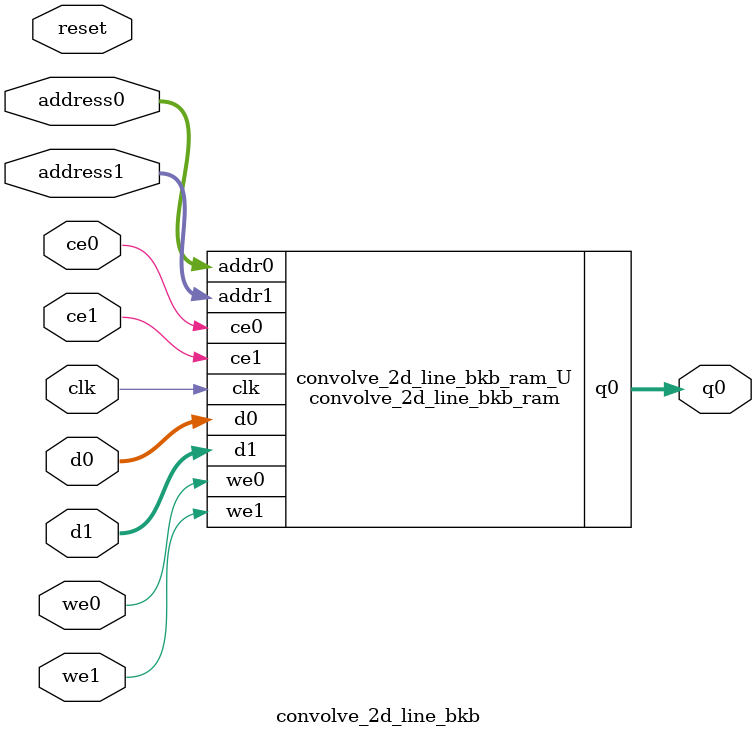
<source format=v>
`timescale 1 ns / 1 ps
module convolve_2d_line_bkb_ram (addr0, ce0, d0, we0, q0, addr1, ce1, d1, we1,  clk);

parameter DWIDTH = 32;
parameter AWIDTH = 3;
parameter MEM_SIZE = 7;

input[AWIDTH-1:0] addr0;
input ce0;
input[DWIDTH-1:0] d0;
input we0;
output reg[DWIDTH-1:0] q0;
input[AWIDTH-1:0] addr1;
input ce1;
input[DWIDTH-1:0] d1;
input we1;
input clk;

(* ram_style = "block" *)reg [DWIDTH-1:0] ram[0:MEM_SIZE-1];




always @(posedge clk)  
begin 
    if (ce0) 
    begin
        if (we0) 
        begin 
            ram[addr0] <= d0; 
        end 
        q0 <= ram[addr0];
    end
end


always @(posedge clk)  
begin 
    if (ce1) 
    begin
        if (we1) 
        begin 
            ram[addr1] <= d1; 
        end 
    end
end


endmodule

`timescale 1 ns / 1 ps
module convolve_2d_line_bkb(
    reset,
    clk,
    address0,
    ce0,
    we0,
    d0,
    q0,
    address1,
    ce1,
    we1,
    d1);

parameter DataWidth = 32'd32;
parameter AddressRange = 32'd7;
parameter AddressWidth = 32'd3;
input reset;
input clk;
input[AddressWidth - 1:0] address0;
input ce0;
input we0;
input[DataWidth - 1:0] d0;
output[DataWidth - 1:0] q0;
input[AddressWidth - 1:0] address1;
input ce1;
input we1;
input[DataWidth - 1:0] d1;



convolve_2d_line_bkb_ram convolve_2d_line_bkb_ram_U(
    .clk( clk ),
    .addr0( address0 ),
    .ce0( ce0 ),
    .we0( we0 ),
    .d0( d0 ),
    .q0( q0 ),
    .addr1( address1 ),
    .ce1( ce1 ),
    .we1( we1 ),
    .d1( d1 ));

endmodule


</source>
